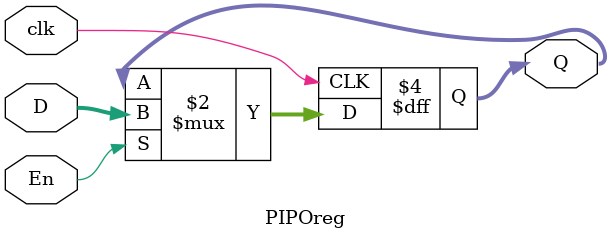
<source format=sv>
`timescale 1ns / 1ps
module PIPOreg(
        input [7:0] D,
        input clk, En,
        output reg [7:0] Q
    );
    
always @(posedge(clk)) begin
    if (En)
        Q <= D;
end 
endmodule

</source>
